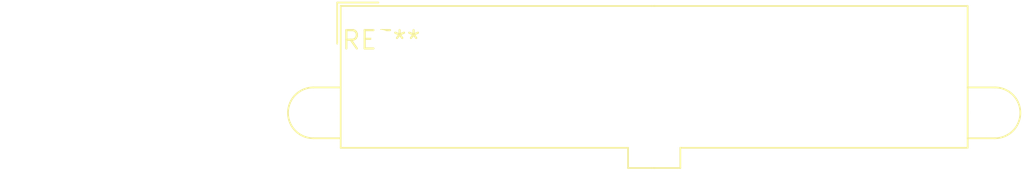
<source format=kicad_pcb>
(kicad_pcb (version 20240108) (generator pcbnew)
  (layers (0 "F.Cu" signal) (31 "B.Cu" signal) (34 "B.Paste" user) (35 "F.Paste" user) (36 "B.SilkS" user "B.Silkscreen") (37 "F.SilkS" user "F.Silkscreen") (38 "B.Mask" user) (39 "F.Mask" user) (44 "Edge.Cuts" user))
  (net 0 "")
  (footprint "Molex_Mini-Fit_Jr_5566-20A2_2x10_P4.20mm_Vertical" (layer "F.Cu") (at 0 0)
    (property "Reference" "REF**")
    (property "Value" "Molex_Mini-Fit_Jr_5566-20A2_2x10_P4.20mm_Vertical")
    (fp_line (start -4.7 3.28) (end -2.81 3.28) (layer "F.SilkS") (stroke (width 0.12)))
    (fp_line (start -4.7 6.8) (end -2.81 6.8) (layer "F.SilkS") (stroke (width 0.12)))
    (fp_line (start -3.05 -2.6) (end -3.05 0.25) (layer "F.SilkS") (stroke (width 0.12)))
    (fp_line (start -2.81 -2.36) (end -2.81 7.46) (layer "F.SilkS") (stroke (width 0.12)))
    (fp_line (start -2.81 7.46) (end 17.09 7.46) (layer "F.SilkS") (stroke (width 0.12)))
    (fp_line (start -0.2 -2.6) (end -3.05 -2.6) (layer "F.SilkS") (stroke (width 0.12)))
    (fp_line (start 17.09 7.46) (end 17.09 8.86) (layer "F.SilkS") (stroke (width 0.12)))
    (fp_line (start 17.09 8.86) (end 18.9 8.86) (layer "F.SilkS") (stroke (width 0.12)))
    (fp_line (start 18.9 -2.36) (end -2.81 -2.36) (layer "F.SilkS") (stroke (width 0.12)))
    (fp_line (start 18.9 -2.36) (end 40.61 -2.36) (layer "F.SilkS") (stroke (width 0.12)))
    (fp_line (start 20.71 7.46) (end 20.71 8.86) (layer "F.SilkS") (stroke (width 0.12)))
    (fp_line (start 20.71 8.86) (end 18.9 8.86) (layer "F.SilkS") (stroke (width 0.12)))
    (fp_line (start 40.61 -2.36) (end 40.61 7.46) (layer "F.SilkS") (stroke (width 0.12)))
    (fp_line (start 40.61 7.46) (end 20.71 7.46) (layer "F.SilkS") (stroke (width 0.12)))
    (fp_line (start 42.5 3.28) (end 40.61 3.28) (layer "F.SilkS") (stroke (width 0.12)))
    (fp_line (start 42.5 6.8) (end 40.61 6.8) (layer "F.SilkS") (stroke (width 0.12)))
    (fp_arc (start -4.7 6.8) (mid -6.46 5.04) (end -4.7 3.28) (layer "F.SilkS") (stroke (width 0.12)))
    (fp_arc (start 42.5 3.28) (mid 44.26 5.04) (end 42.5 6.8) (layer "F.SilkS") (stroke (width 0.12)))
    (pad "" np_thru_hole circle (at -4.7 5.04) (size 3 3) (drill 3) (layers *.Cu *.Mask))
    (pad "" np_thru_hole circle (at 42.5 5.04) (size 3 3) (drill 3) (layers *.Cu *.Mask))
    (pad "1" thru_hole roundrect (at 0 0) (size 2.7 3.3) (drill 1.4) (layers *.Cu *.Mask) (remove_unused_layers) (roundrect_rratio 0.092593))
    (pad "2" thru_hole oval (at 4.2 0) (size 2.7 3.3) (drill 1.4) (layers *.Cu *.Mask) (remove_unused_layers))
    (pad "3" thru_hole oval (at 8.4 0) (size 2.7 3.3) (drill 1.4) (layers *.Cu *.Mask) (remove_unused_layers))
    (pad "4" thru_hole oval (at 12.6 0) (size 2.7 3.3) (drill 1.4) (layers *.Cu *.Mask) (remove_unused_layers))
    (pad "5" thru_hole oval (at 16.8 0) (size 2.7 3.3) (drill 1.4) (layers *.Cu *.Mask) (remove_unused_layers))
    (pad "6" thru_hole oval (at 21 0) (size 2.7 3.3) (drill 1.4) (layers *.Cu *.Mask) (remove_unused_layers))
    (pad "7" thru_hole oval (at 25.2 0) (size 2.7 3.3) (drill 1.4) (layers *.Cu *.Mask) (remove_unused_layers))
    (pad "8" thru_hole oval (at 29.4 0) (size 2.7 3.3) (drill 1.4) (layers *.Cu *.Mask) (remove_unused_layers))
    (pad "9" thru_hole oval (at 33.6 0) (size 2.7 3.3) (drill 1.4) (layers *.Cu *.Mask) (remove_unused_layers))
    (pad "10" thru_hole oval (at 37.8 0) (size 2.7 3.3) (drill 1.4) (layers *.Cu *.Mask) (remove_unused_layers))
    (pad "11" thru_hole oval (at 0 5.5) (size 2.7 3.3) (drill 1.4) (layers *.Cu *.Mask) (remove_unused_layers))
    (pad "12" thru_hole oval (at 4.2 5.5) (size 2.7 3.3) (drill 1.4) (layers *.Cu *.Mask) (remove_unused_layers))
    (pad "13" thru_hole oval (at 8.4 5.5) (size 2.7 3.3) (drill 1.4) (layers *.Cu *.Mask) (remove_unused_layers))
    (pad "14" thru_hole oval (at 12.6 5.5) (size 2.7 3.3) (drill 1.4) (layers *.Cu *.Mask) (remove_unused_layers))
    (pad "15" thru_hole oval (at 16.8 5.5) (size 2.7 3.3) (drill 1.4) (layers *.Cu *.Mask) (remove_unused_layers))
    (pad "16" thru_hole oval (at 21 5.5) (size 2.7 3.3) (drill 1.4) (layers *.Cu *.Mask) (remove_unused_layers))
    (pad "17" thru_hole oval (at 25.2 5.5) (size 2.7 3.3) (drill 1.4) (layers *.Cu *.Mask) (remove_unused_layers))
    (pad "18" thru_hole oval (at 29.4 5.5) (size 2.7 3.3) (drill 1.4) (layers *.Cu *.Mask) (remove_unused_layers))
    (pad "19" thru_hole oval (at 33.6 5.5) (size 2.7 3.3) (drill 1.4) (layers *.Cu *.Mask) (remove_unused_layers))
    (pad "20" thru_hole oval (at 37.8 5.5) (size 2.7 3.3) (drill 1.4) (layers *.Cu *.Mask) (remove_unused_layers))
  )
)
</source>
